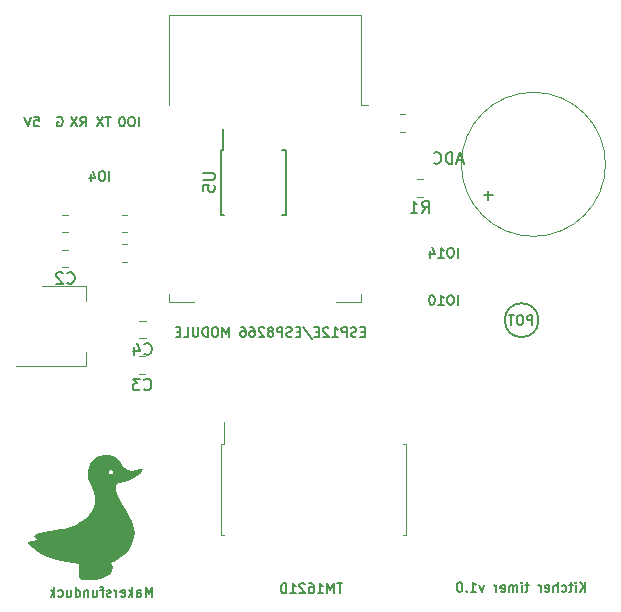
<source format=gbr>
%TF.GenerationSoftware,KiCad,Pcbnew,7.0.9*%
%TF.CreationDate,2024-01-16T21:18:43+00:00*%
%TF.ProjectId,egg-timer,6567672d-7469-46d6-9572-2e6b69636164,rev?*%
%TF.SameCoordinates,Original*%
%TF.FileFunction,Legend,Bot*%
%TF.FilePolarity,Positive*%
%FSLAX46Y46*%
G04 Gerber Fmt 4.6, Leading zero omitted, Abs format (unit mm)*
G04 Created by KiCad (PCBNEW 7.0.9) date 2024-01-16 21:18:43*
%MOMM*%
%LPD*%
G01*
G04 APERTURE LIST*
%ADD10C,0.152400*%
%ADD11C,0.150000*%
%ADD12C,0.120000*%
G04 APERTURE END LIST*
D10*
X145032531Y-95200000D02*
G75*
G03*
X145032531Y-95200000I-1432531J0D01*
G01*
X108706213Y-83392603D02*
X108706213Y-82579803D01*
X108164346Y-82579803D02*
X108009527Y-82579803D01*
X108009527Y-82579803D02*
X107932117Y-82618508D01*
X107932117Y-82618508D02*
X107854708Y-82695918D01*
X107854708Y-82695918D02*
X107816003Y-82850737D01*
X107816003Y-82850737D02*
X107816003Y-83121670D01*
X107816003Y-83121670D02*
X107854708Y-83276489D01*
X107854708Y-83276489D02*
X107932117Y-83353899D01*
X107932117Y-83353899D02*
X108009527Y-83392603D01*
X108009527Y-83392603D02*
X108164346Y-83392603D01*
X108164346Y-83392603D02*
X108241755Y-83353899D01*
X108241755Y-83353899D02*
X108319165Y-83276489D01*
X108319165Y-83276489D02*
X108357869Y-83121670D01*
X108357869Y-83121670D02*
X108357869Y-82850737D01*
X108357869Y-82850737D02*
X108319165Y-82695918D01*
X108319165Y-82695918D02*
X108241755Y-82618508D01*
X108241755Y-82618508D02*
X108164346Y-82579803D01*
X107119317Y-82850737D02*
X107119317Y-83392603D01*
X107312841Y-82541099D02*
X107506364Y-83121670D01*
X107506364Y-83121670D02*
X107003203Y-83121670D01*
X144506213Y-95592603D02*
X144506213Y-94779803D01*
X144506213Y-94779803D02*
X144196575Y-94779803D01*
X144196575Y-94779803D02*
X144119165Y-94818508D01*
X144119165Y-94818508D02*
X144080460Y-94857213D01*
X144080460Y-94857213D02*
X144041756Y-94934622D01*
X144041756Y-94934622D02*
X144041756Y-95050737D01*
X144041756Y-95050737D02*
X144080460Y-95128146D01*
X144080460Y-95128146D02*
X144119165Y-95166851D01*
X144119165Y-95166851D02*
X144196575Y-95205556D01*
X144196575Y-95205556D02*
X144506213Y-95205556D01*
X143538594Y-94779803D02*
X143383775Y-94779803D01*
X143383775Y-94779803D02*
X143306365Y-94818508D01*
X143306365Y-94818508D02*
X143228956Y-94895918D01*
X143228956Y-94895918D02*
X143190251Y-95050737D01*
X143190251Y-95050737D02*
X143190251Y-95321670D01*
X143190251Y-95321670D02*
X143228956Y-95476489D01*
X143228956Y-95476489D02*
X143306365Y-95553899D01*
X143306365Y-95553899D02*
X143383775Y-95592603D01*
X143383775Y-95592603D02*
X143538594Y-95592603D01*
X143538594Y-95592603D02*
X143616003Y-95553899D01*
X143616003Y-95553899D02*
X143693413Y-95476489D01*
X143693413Y-95476489D02*
X143732117Y-95321670D01*
X143732117Y-95321670D02*
X143732117Y-95050737D01*
X143732117Y-95050737D02*
X143693413Y-94895918D01*
X143693413Y-94895918D02*
X143616003Y-94818508D01*
X143616003Y-94818508D02*
X143538594Y-94779803D01*
X142958022Y-94779803D02*
X142493565Y-94779803D01*
X142725793Y-95592603D02*
X142725793Y-94779803D01*
X108822327Y-77979803D02*
X108357870Y-77979803D01*
X108590098Y-78792603D02*
X108590098Y-77979803D01*
X108164346Y-77979803D02*
X107622480Y-78792603D01*
X107622480Y-77979803D02*
X108164346Y-78792603D01*
X128422327Y-117479803D02*
X127957870Y-117479803D01*
X128190098Y-118292603D02*
X128190098Y-117479803D01*
X127686937Y-118292603D02*
X127686937Y-117479803D01*
X127686937Y-117479803D02*
X127416003Y-118060375D01*
X127416003Y-118060375D02*
X127145070Y-117479803D01*
X127145070Y-117479803D02*
X127145070Y-118292603D01*
X126332270Y-118292603D02*
X126796727Y-118292603D01*
X126564499Y-118292603D02*
X126564499Y-117479803D01*
X126564499Y-117479803D02*
X126641908Y-117595918D01*
X126641908Y-117595918D02*
X126719318Y-117673327D01*
X126719318Y-117673327D02*
X126796727Y-117712032D01*
X125635585Y-117479803D02*
X125790404Y-117479803D01*
X125790404Y-117479803D02*
X125867813Y-117518508D01*
X125867813Y-117518508D02*
X125906518Y-117557213D01*
X125906518Y-117557213D02*
X125983928Y-117673327D01*
X125983928Y-117673327D02*
X126022632Y-117828146D01*
X126022632Y-117828146D02*
X126022632Y-118137784D01*
X126022632Y-118137784D02*
X125983928Y-118215194D01*
X125983928Y-118215194D02*
X125945223Y-118253899D01*
X125945223Y-118253899D02*
X125867813Y-118292603D01*
X125867813Y-118292603D02*
X125712994Y-118292603D01*
X125712994Y-118292603D02*
X125635585Y-118253899D01*
X125635585Y-118253899D02*
X125596880Y-118215194D01*
X125596880Y-118215194D02*
X125558175Y-118137784D01*
X125558175Y-118137784D02*
X125558175Y-117944260D01*
X125558175Y-117944260D02*
X125596880Y-117866851D01*
X125596880Y-117866851D02*
X125635585Y-117828146D01*
X125635585Y-117828146D02*
X125712994Y-117789441D01*
X125712994Y-117789441D02*
X125867813Y-117789441D01*
X125867813Y-117789441D02*
X125945223Y-117828146D01*
X125945223Y-117828146D02*
X125983928Y-117866851D01*
X125983928Y-117866851D02*
X126022632Y-117944260D01*
X125248537Y-117557213D02*
X125209833Y-117518508D01*
X125209833Y-117518508D02*
X125132423Y-117479803D01*
X125132423Y-117479803D02*
X124938899Y-117479803D01*
X124938899Y-117479803D02*
X124861490Y-117518508D01*
X124861490Y-117518508D02*
X124822785Y-117557213D01*
X124822785Y-117557213D02*
X124784080Y-117634622D01*
X124784080Y-117634622D02*
X124784080Y-117712032D01*
X124784080Y-117712032D02*
X124822785Y-117828146D01*
X124822785Y-117828146D02*
X125287242Y-118292603D01*
X125287242Y-118292603D02*
X124784080Y-118292603D01*
X124009985Y-118292603D02*
X124474442Y-118292603D01*
X124242214Y-118292603D02*
X124242214Y-117479803D01*
X124242214Y-117479803D02*
X124319623Y-117595918D01*
X124319623Y-117595918D02*
X124397033Y-117673327D01*
X124397033Y-117673327D02*
X124474442Y-117712032D01*
X123661643Y-118292603D02*
X123661643Y-117479803D01*
X123661643Y-117479803D02*
X123468119Y-117479803D01*
X123468119Y-117479803D02*
X123352005Y-117518508D01*
X123352005Y-117518508D02*
X123274595Y-117595918D01*
X123274595Y-117595918D02*
X123235890Y-117673327D01*
X123235890Y-117673327D02*
X123197186Y-117828146D01*
X123197186Y-117828146D02*
X123197186Y-117944260D01*
X123197186Y-117944260D02*
X123235890Y-118099079D01*
X123235890Y-118099079D02*
X123274595Y-118176489D01*
X123274595Y-118176489D02*
X123352005Y-118253899D01*
X123352005Y-118253899D02*
X123468119Y-118292603D01*
X123468119Y-118292603D02*
X123661643Y-118292603D01*
X112306213Y-118592603D02*
X112306213Y-117779803D01*
X112306213Y-117779803D02*
X112035279Y-118360375D01*
X112035279Y-118360375D02*
X111764346Y-117779803D01*
X111764346Y-117779803D02*
X111764346Y-118592603D01*
X111028956Y-118592603D02*
X111028956Y-118166851D01*
X111028956Y-118166851D02*
X111067661Y-118089441D01*
X111067661Y-118089441D02*
X111145070Y-118050737D01*
X111145070Y-118050737D02*
X111299889Y-118050737D01*
X111299889Y-118050737D02*
X111377299Y-118089441D01*
X111028956Y-118553899D02*
X111106365Y-118592603D01*
X111106365Y-118592603D02*
X111299889Y-118592603D01*
X111299889Y-118592603D02*
X111377299Y-118553899D01*
X111377299Y-118553899D02*
X111416003Y-118476489D01*
X111416003Y-118476489D02*
X111416003Y-118399079D01*
X111416003Y-118399079D02*
X111377299Y-118321670D01*
X111377299Y-118321670D02*
X111299889Y-118282965D01*
X111299889Y-118282965D02*
X111106365Y-118282965D01*
X111106365Y-118282965D02*
X111028956Y-118244260D01*
X110641909Y-118592603D02*
X110641909Y-117779803D01*
X110564499Y-118282965D02*
X110332271Y-118592603D01*
X110332271Y-118050737D02*
X110641909Y-118360375D01*
X109674290Y-118553899D02*
X109751699Y-118592603D01*
X109751699Y-118592603D02*
X109906518Y-118592603D01*
X109906518Y-118592603D02*
X109983928Y-118553899D01*
X109983928Y-118553899D02*
X110022632Y-118476489D01*
X110022632Y-118476489D02*
X110022632Y-118166851D01*
X110022632Y-118166851D02*
X109983928Y-118089441D01*
X109983928Y-118089441D02*
X109906518Y-118050737D01*
X109906518Y-118050737D02*
X109751699Y-118050737D01*
X109751699Y-118050737D02*
X109674290Y-118089441D01*
X109674290Y-118089441D02*
X109635585Y-118166851D01*
X109635585Y-118166851D02*
X109635585Y-118244260D01*
X109635585Y-118244260D02*
X110022632Y-118321670D01*
X109287242Y-118592603D02*
X109287242Y-118050737D01*
X109287242Y-118205556D02*
X109248537Y-118128146D01*
X109248537Y-118128146D02*
X109209832Y-118089441D01*
X109209832Y-118089441D02*
X109132423Y-118050737D01*
X109132423Y-118050737D02*
X109055013Y-118050737D01*
X108822784Y-118553899D02*
X108745375Y-118592603D01*
X108745375Y-118592603D02*
X108590556Y-118592603D01*
X108590556Y-118592603D02*
X108513146Y-118553899D01*
X108513146Y-118553899D02*
X108474442Y-118476489D01*
X108474442Y-118476489D02*
X108474442Y-118437784D01*
X108474442Y-118437784D02*
X108513146Y-118360375D01*
X108513146Y-118360375D02*
X108590556Y-118321670D01*
X108590556Y-118321670D02*
X108706670Y-118321670D01*
X108706670Y-118321670D02*
X108784080Y-118282965D01*
X108784080Y-118282965D02*
X108822784Y-118205556D01*
X108822784Y-118205556D02*
X108822784Y-118166851D01*
X108822784Y-118166851D02*
X108784080Y-118089441D01*
X108784080Y-118089441D02*
X108706670Y-118050737D01*
X108706670Y-118050737D02*
X108590556Y-118050737D01*
X108590556Y-118050737D02*
X108513146Y-118089441D01*
X108242213Y-118050737D02*
X107932575Y-118050737D01*
X108126099Y-118592603D02*
X108126099Y-117895918D01*
X108126099Y-117895918D02*
X108087394Y-117818508D01*
X108087394Y-117818508D02*
X108009984Y-117779803D01*
X108009984Y-117779803D02*
X107932575Y-117779803D01*
X107313299Y-118050737D02*
X107313299Y-118592603D01*
X107661642Y-118050737D02*
X107661642Y-118476489D01*
X107661642Y-118476489D02*
X107622937Y-118553899D01*
X107622937Y-118553899D02*
X107545527Y-118592603D01*
X107545527Y-118592603D02*
X107429413Y-118592603D01*
X107429413Y-118592603D02*
X107352004Y-118553899D01*
X107352004Y-118553899D02*
X107313299Y-118515194D01*
X106926252Y-118050737D02*
X106926252Y-118592603D01*
X106926252Y-118128146D02*
X106887547Y-118089441D01*
X106887547Y-118089441D02*
X106810137Y-118050737D01*
X106810137Y-118050737D02*
X106694023Y-118050737D01*
X106694023Y-118050737D02*
X106616614Y-118089441D01*
X106616614Y-118089441D02*
X106577909Y-118166851D01*
X106577909Y-118166851D02*
X106577909Y-118592603D01*
X105842519Y-118592603D02*
X105842519Y-117779803D01*
X105842519Y-118553899D02*
X105919928Y-118592603D01*
X105919928Y-118592603D02*
X106074747Y-118592603D01*
X106074747Y-118592603D02*
X106152157Y-118553899D01*
X106152157Y-118553899D02*
X106190862Y-118515194D01*
X106190862Y-118515194D02*
X106229566Y-118437784D01*
X106229566Y-118437784D02*
X106229566Y-118205556D01*
X106229566Y-118205556D02*
X106190862Y-118128146D01*
X106190862Y-118128146D02*
X106152157Y-118089441D01*
X106152157Y-118089441D02*
X106074747Y-118050737D01*
X106074747Y-118050737D02*
X105919928Y-118050737D01*
X105919928Y-118050737D02*
X105842519Y-118089441D01*
X105107129Y-118050737D02*
X105107129Y-118592603D01*
X105455472Y-118050737D02*
X105455472Y-118476489D01*
X105455472Y-118476489D02*
X105416767Y-118553899D01*
X105416767Y-118553899D02*
X105339357Y-118592603D01*
X105339357Y-118592603D02*
X105223243Y-118592603D01*
X105223243Y-118592603D02*
X105145834Y-118553899D01*
X105145834Y-118553899D02*
X105107129Y-118515194D01*
X104371739Y-118553899D02*
X104449148Y-118592603D01*
X104449148Y-118592603D02*
X104603967Y-118592603D01*
X104603967Y-118592603D02*
X104681377Y-118553899D01*
X104681377Y-118553899D02*
X104720082Y-118515194D01*
X104720082Y-118515194D02*
X104758786Y-118437784D01*
X104758786Y-118437784D02*
X104758786Y-118205556D01*
X104758786Y-118205556D02*
X104720082Y-118128146D01*
X104720082Y-118128146D02*
X104681377Y-118089441D01*
X104681377Y-118089441D02*
X104603967Y-118050737D01*
X104603967Y-118050737D02*
X104449148Y-118050737D01*
X104449148Y-118050737D02*
X104371739Y-118089441D01*
X104023396Y-118592603D02*
X104023396Y-117779803D01*
X103945986Y-118282965D02*
X103713758Y-118592603D01*
X103713758Y-118050737D02*
X104023396Y-118360375D01*
X138206213Y-93892603D02*
X138206213Y-93079803D01*
X137664346Y-93079803D02*
X137509527Y-93079803D01*
X137509527Y-93079803D02*
X137432117Y-93118508D01*
X137432117Y-93118508D02*
X137354708Y-93195918D01*
X137354708Y-93195918D02*
X137316003Y-93350737D01*
X137316003Y-93350737D02*
X137316003Y-93621670D01*
X137316003Y-93621670D02*
X137354708Y-93776489D01*
X137354708Y-93776489D02*
X137432117Y-93853899D01*
X137432117Y-93853899D02*
X137509527Y-93892603D01*
X137509527Y-93892603D02*
X137664346Y-93892603D01*
X137664346Y-93892603D02*
X137741755Y-93853899D01*
X137741755Y-93853899D02*
X137819165Y-93776489D01*
X137819165Y-93776489D02*
X137857869Y-93621670D01*
X137857869Y-93621670D02*
X137857869Y-93350737D01*
X137857869Y-93350737D02*
X137819165Y-93195918D01*
X137819165Y-93195918D02*
X137741755Y-93118508D01*
X137741755Y-93118508D02*
X137664346Y-93079803D01*
X136541907Y-93892603D02*
X137006364Y-93892603D01*
X136774136Y-93892603D02*
X136774136Y-93079803D01*
X136774136Y-93079803D02*
X136851545Y-93195918D01*
X136851545Y-93195918D02*
X136928955Y-93273327D01*
X136928955Y-93273327D02*
X137006364Y-93312032D01*
X136038746Y-93079803D02*
X135961336Y-93079803D01*
X135961336Y-93079803D02*
X135883927Y-93118508D01*
X135883927Y-93118508D02*
X135845222Y-93157213D01*
X135845222Y-93157213D02*
X135806517Y-93234622D01*
X135806517Y-93234622D02*
X135767812Y-93389441D01*
X135767812Y-93389441D02*
X135767812Y-93582965D01*
X135767812Y-93582965D02*
X135806517Y-93737784D01*
X135806517Y-93737784D02*
X135845222Y-93815194D01*
X135845222Y-93815194D02*
X135883927Y-93853899D01*
X135883927Y-93853899D02*
X135961336Y-93892603D01*
X135961336Y-93892603D02*
X136038746Y-93892603D01*
X136038746Y-93892603D02*
X136116155Y-93853899D01*
X136116155Y-93853899D02*
X136154860Y-93815194D01*
X136154860Y-93815194D02*
X136193565Y-93737784D01*
X136193565Y-93737784D02*
X136232269Y-93582965D01*
X136232269Y-93582965D02*
X136232269Y-93389441D01*
X136232269Y-93389441D02*
X136193565Y-93234622D01*
X136193565Y-93234622D02*
X136154860Y-93157213D01*
X136154860Y-93157213D02*
X136116155Y-93118508D01*
X136116155Y-93118508D02*
X136038746Y-93079803D01*
D11*
X138638094Y-81669104D02*
X138161904Y-81669104D01*
X138733332Y-81954819D02*
X138399999Y-80954819D01*
X138399999Y-80954819D02*
X138066666Y-81954819D01*
X137733332Y-81954819D02*
X137733332Y-80954819D01*
X137733332Y-80954819D02*
X137495237Y-80954819D01*
X137495237Y-80954819D02*
X137352380Y-81002438D01*
X137352380Y-81002438D02*
X137257142Y-81097676D01*
X137257142Y-81097676D02*
X137209523Y-81192914D01*
X137209523Y-81192914D02*
X137161904Y-81383390D01*
X137161904Y-81383390D02*
X137161904Y-81526247D01*
X137161904Y-81526247D02*
X137209523Y-81716723D01*
X137209523Y-81716723D02*
X137257142Y-81811961D01*
X137257142Y-81811961D02*
X137352380Y-81907200D01*
X137352380Y-81907200D02*
X137495237Y-81954819D01*
X137495237Y-81954819D02*
X137733332Y-81954819D01*
X136161904Y-81859580D02*
X136209523Y-81907200D01*
X136209523Y-81907200D02*
X136352380Y-81954819D01*
X136352380Y-81954819D02*
X136447618Y-81954819D01*
X136447618Y-81954819D02*
X136590475Y-81907200D01*
X136590475Y-81907200D02*
X136685713Y-81811961D01*
X136685713Y-81811961D02*
X136733332Y-81716723D01*
X136733332Y-81716723D02*
X136780951Y-81526247D01*
X136780951Y-81526247D02*
X136780951Y-81383390D01*
X136780951Y-81383390D02*
X136733332Y-81192914D01*
X136733332Y-81192914D02*
X136685713Y-81097676D01*
X136685713Y-81097676D02*
X136590475Y-81002438D01*
X136590475Y-81002438D02*
X136447618Y-80954819D01*
X136447618Y-80954819D02*
X136352380Y-80954819D01*
X136352380Y-80954819D02*
X136209523Y-81002438D01*
X136209523Y-81002438D02*
X136161904Y-81050057D01*
D10*
X130306213Y-96166851D02*
X130035279Y-96166851D01*
X129919165Y-96592603D02*
X130306213Y-96592603D01*
X130306213Y-96592603D02*
X130306213Y-95779803D01*
X130306213Y-95779803D02*
X129919165Y-95779803D01*
X129609527Y-96553899D02*
X129493413Y-96592603D01*
X129493413Y-96592603D02*
X129299889Y-96592603D01*
X129299889Y-96592603D02*
X129222480Y-96553899D01*
X129222480Y-96553899D02*
X129183775Y-96515194D01*
X129183775Y-96515194D02*
X129145070Y-96437784D01*
X129145070Y-96437784D02*
X129145070Y-96360375D01*
X129145070Y-96360375D02*
X129183775Y-96282965D01*
X129183775Y-96282965D02*
X129222480Y-96244260D01*
X129222480Y-96244260D02*
X129299889Y-96205556D01*
X129299889Y-96205556D02*
X129454708Y-96166851D01*
X129454708Y-96166851D02*
X129532118Y-96128146D01*
X129532118Y-96128146D02*
X129570823Y-96089441D01*
X129570823Y-96089441D02*
X129609527Y-96012032D01*
X129609527Y-96012032D02*
X129609527Y-95934622D01*
X129609527Y-95934622D02*
X129570823Y-95857213D01*
X129570823Y-95857213D02*
X129532118Y-95818508D01*
X129532118Y-95818508D02*
X129454708Y-95779803D01*
X129454708Y-95779803D02*
X129261185Y-95779803D01*
X129261185Y-95779803D02*
X129145070Y-95818508D01*
X128796728Y-96592603D02*
X128796728Y-95779803D01*
X128796728Y-95779803D02*
X128487090Y-95779803D01*
X128487090Y-95779803D02*
X128409680Y-95818508D01*
X128409680Y-95818508D02*
X128370975Y-95857213D01*
X128370975Y-95857213D02*
X128332271Y-95934622D01*
X128332271Y-95934622D02*
X128332271Y-96050737D01*
X128332271Y-96050737D02*
X128370975Y-96128146D01*
X128370975Y-96128146D02*
X128409680Y-96166851D01*
X128409680Y-96166851D02*
X128487090Y-96205556D01*
X128487090Y-96205556D02*
X128796728Y-96205556D01*
X127558175Y-96592603D02*
X128022632Y-96592603D01*
X127790404Y-96592603D02*
X127790404Y-95779803D01*
X127790404Y-95779803D02*
X127867813Y-95895918D01*
X127867813Y-95895918D02*
X127945223Y-95973327D01*
X127945223Y-95973327D02*
X128022632Y-96012032D01*
X127248537Y-95857213D02*
X127209833Y-95818508D01*
X127209833Y-95818508D02*
X127132423Y-95779803D01*
X127132423Y-95779803D02*
X126938899Y-95779803D01*
X126938899Y-95779803D02*
X126861490Y-95818508D01*
X126861490Y-95818508D02*
X126822785Y-95857213D01*
X126822785Y-95857213D02*
X126784080Y-95934622D01*
X126784080Y-95934622D02*
X126784080Y-96012032D01*
X126784080Y-96012032D02*
X126822785Y-96128146D01*
X126822785Y-96128146D02*
X127287242Y-96592603D01*
X127287242Y-96592603D02*
X126784080Y-96592603D01*
X126435738Y-96166851D02*
X126164804Y-96166851D01*
X126048690Y-96592603D02*
X126435738Y-96592603D01*
X126435738Y-96592603D02*
X126435738Y-95779803D01*
X126435738Y-95779803D02*
X126048690Y-95779803D01*
X125119776Y-95741099D02*
X125816462Y-96786127D01*
X124848843Y-96166851D02*
X124577909Y-96166851D01*
X124461795Y-96592603D02*
X124848843Y-96592603D01*
X124848843Y-96592603D02*
X124848843Y-95779803D01*
X124848843Y-95779803D02*
X124461795Y-95779803D01*
X124152157Y-96553899D02*
X124036043Y-96592603D01*
X124036043Y-96592603D02*
X123842519Y-96592603D01*
X123842519Y-96592603D02*
X123765110Y-96553899D01*
X123765110Y-96553899D02*
X123726405Y-96515194D01*
X123726405Y-96515194D02*
X123687700Y-96437784D01*
X123687700Y-96437784D02*
X123687700Y-96360375D01*
X123687700Y-96360375D02*
X123726405Y-96282965D01*
X123726405Y-96282965D02*
X123765110Y-96244260D01*
X123765110Y-96244260D02*
X123842519Y-96205556D01*
X123842519Y-96205556D02*
X123997338Y-96166851D01*
X123997338Y-96166851D02*
X124074748Y-96128146D01*
X124074748Y-96128146D02*
X124113453Y-96089441D01*
X124113453Y-96089441D02*
X124152157Y-96012032D01*
X124152157Y-96012032D02*
X124152157Y-95934622D01*
X124152157Y-95934622D02*
X124113453Y-95857213D01*
X124113453Y-95857213D02*
X124074748Y-95818508D01*
X124074748Y-95818508D02*
X123997338Y-95779803D01*
X123997338Y-95779803D02*
X123803815Y-95779803D01*
X123803815Y-95779803D02*
X123687700Y-95818508D01*
X123339358Y-96592603D02*
X123339358Y-95779803D01*
X123339358Y-95779803D02*
X123029720Y-95779803D01*
X123029720Y-95779803D02*
X122952310Y-95818508D01*
X122952310Y-95818508D02*
X122913605Y-95857213D01*
X122913605Y-95857213D02*
X122874901Y-95934622D01*
X122874901Y-95934622D02*
X122874901Y-96050737D01*
X122874901Y-96050737D02*
X122913605Y-96128146D01*
X122913605Y-96128146D02*
X122952310Y-96166851D01*
X122952310Y-96166851D02*
X123029720Y-96205556D01*
X123029720Y-96205556D02*
X123339358Y-96205556D01*
X122410443Y-96128146D02*
X122487853Y-96089441D01*
X122487853Y-96089441D02*
X122526558Y-96050737D01*
X122526558Y-96050737D02*
X122565262Y-95973327D01*
X122565262Y-95973327D02*
X122565262Y-95934622D01*
X122565262Y-95934622D02*
X122526558Y-95857213D01*
X122526558Y-95857213D02*
X122487853Y-95818508D01*
X122487853Y-95818508D02*
X122410443Y-95779803D01*
X122410443Y-95779803D02*
X122255624Y-95779803D01*
X122255624Y-95779803D02*
X122178215Y-95818508D01*
X122178215Y-95818508D02*
X122139510Y-95857213D01*
X122139510Y-95857213D02*
X122100805Y-95934622D01*
X122100805Y-95934622D02*
X122100805Y-95973327D01*
X122100805Y-95973327D02*
X122139510Y-96050737D01*
X122139510Y-96050737D02*
X122178215Y-96089441D01*
X122178215Y-96089441D02*
X122255624Y-96128146D01*
X122255624Y-96128146D02*
X122410443Y-96128146D01*
X122410443Y-96128146D02*
X122487853Y-96166851D01*
X122487853Y-96166851D02*
X122526558Y-96205556D01*
X122526558Y-96205556D02*
X122565262Y-96282965D01*
X122565262Y-96282965D02*
X122565262Y-96437784D01*
X122565262Y-96437784D02*
X122526558Y-96515194D01*
X122526558Y-96515194D02*
X122487853Y-96553899D01*
X122487853Y-96553899D02*
X122410443Y-96592603D01*
X122410443Y-96592603D02*
X122255624Y-96592603D01*
X122255624Y-96592603D02*
X122178215Y-96553899D01*
X122178215Y-96553899D02*
X122139510Y-96515194D01*
X122139510Y-96515194D02*
X122100805Y-96437784D01*
X122100805Y-96437784D02*
X122100805Y-96282965D01*
X122100805Y-96282965D02*
X122139510Y-96205556D01*
X122139510Y-96205556D02*
X122178215Y-96166851D01*
X122178215Y-96166851D02*
X122255624Y-96128146D01*
X121791167Y-95857213D02*
X121752463Y-95818508D01*
X121752463Y-95818508D02*
X121675053Y-95779803D01*
X121675053Y-95779803D02*
X121481529Y-95779803D01*
X121481529Y-95779803D02*
X121404120Y-95818508D01*
X121404120Y-95818508D02*
X121365415Y-95857213D01*
X121365415Y-95857213D02*
X121326710Y-95934622D01*
X121326710Y-95934622D02*
X121326710Y-96012032D01*
X121326710Y-96012032D02*
X121365415Y-96128146D01*
X121365415Y-96128146D02*
X121829872Y-96592603D01*
X121829872Y-96592603D02*
X121326710Y-96592603D01*
X120630025Y-95779803D02*
X120784844Y-95779803D01*
X120784844Y-95779803D02*
X120862253Y-95818508D01*
X120862253Y-95818508D02*
X120900958Y-95857213D01*
X120900958Y-95857213D02*
X120978368Y-95973327D01*
X120978368Y-95973327D02*
X121017072Y-96128146D01*
X121017072Y-96128146D02*
X121017072Y-96437784D01*
X121017072Y-96437784D02*
X120978368Y-96515194D01*
X120978368Y-96515194D02*
X120939663Y-96553899D01*
X120939663Y-96553899D02*
X120862253Y-96592603D01*
X120862253Y-96592603D02*
X120707434Y-96592603D01*
X120707434Y-96592603D02*
X120630025Y-96553899D01*
X120630025Y-96553899D02*
X120591320Y-96515194D01*
X120591320Y-96515194D02*
X120552615Y-96437784D01*
X120552615Y-96437784D02*
X120552615Y-96244260D01*
X120552615Y-96244260D02*
X120591320Y-96166851D01*
X120591320Y-96166851D02*
X120630025Y-96128146D01*
X120630025Y-96128146D02*
X120707434Y-96089441D01*
X120707434Y-96089441D02*
X120862253Y-96089441D01*
X120862253Y-96089441D02*
X120939663Y-96128146D01*
X120939663Y-96128146D02*
X120978368Y-96166851D01*
X120978368Y-96166851D02*
X121017072Y-96244260D01*
X119855930Y-95779803D02*
X120010749Y-95779803D01*
X120010749Y-95779803D02*
X120088158Y-95818508D01*
X120088158Y-95818508D02*
X120126863Y-95857213D01*
X120126863Y-95857213D02*
X120204273Y-95973327D01*
X120204273Y-95973327D02*
X120242977Y-96128146D01*
X120242977Y-96128146D02*
X120242977Y-96437784D01*
X120242977Y-96437784D02*
X120204273Y-96515194D01*
X120204273Y-96515194D02*
X120165568Y-96553899D01*
X120165568Y-96553899D02*
X120088158Y-96592603D01*
X120088158Y-96592603D02*
X119933339Y-96592603D01*
X119933339Y-96592603D02*
X119855930Y-96553899D01*
X119855930Y-96553899D02*
X119817225Y-96515194D01*
X119817225Y-96515194D02*
X119778520Y-96437784D01*
X119778520Y-96437784D02*
X119778520Y-96244260D01*
X119778520Y-96244260D02*
X119817225Y-96166851D01*
X119817225Y-96166851D02*
X119855930Y-96128146D01*
X119855930Y-96128146D02*
X119933339Y-96089441D01*
X119933339Y-96089441D02*
X120088158Y-96089441D01*
X120088158Y-96089441D02*
X120165568Y-96128146D01*
X120165568Y-96128146D02*
X120204273Y-96166851D01*
X120204273Y-96166851D02*
X120242977Y-96244260D01*
X118810902Y-96592603D02*
X118810902Y-95779803D01*
X118810902Y-95779803D02*
X118539968Y-96360375D01*
X118539968Y-96360375D02*
X118269035Y-95779803D01*
X118269035Y-95779803D02*
X118269035Y-96592603D01*
X117727169Y-95779803D02*
X117572350Y-95779803D01*
X117572350Y-95779803D02*
X117494940Y-95818508D01*
X117494940Y-95818508D02*
X117417531Y-95895918D01*
X117417531Y-95895918D02*
X117378826Y-96050737D01*
X117378826Y-96050737D02*
X117378826Y-96321670D01*
X117378826Y-96321670D02*
X117417531Y-96476489D01*
X117417531Y-96476489D02*
X117494940Y-96553899D01*
X117494940Y-96553899D02*
X117572350Y-96592603D01*
X117572350Y-96592603D02*
X117727169Y-96592603D01*
X117727169Y-96592603D02*
X117804578Y-96553899D01*
X117804578Y-96553899D02*
X117881988Y-96476489D01*
X117881988Y-96476489D02*
X117920692Y-96321670D01*
X117920692Y-96321670D02*
X117920692Y-96050737D01*
X117920692Y-96050737D02*
X117881988Y-95895918D01*
X117881988Y-95895918D02*
X117804578Y-95818508D01*
X117804578Y-95818508D02*
X117727169Y-95779803D01*
X117030483Y-96592603D02*
X117030483Y-95779803D01*
X117030483Y-95779803D02*
X116836959Y-95779803D01*
X116836959Y-95779803D02*
X116720845Y-95818508D01*
X116720845Y-95818508D02*
X116643435Y-95895918D01*
X116643435Y-95895918D02*
X116604730Y-95973327D01*
X116604730Y-95973327D02*
X116566026Y-96128146D01*
X116566026Y-96128146D02*
X116566026Y-96244260D01*
X116566026Y-96244260D02*
X116604730Y-96399079D01*
X116604730Y-96399079D02*
X116643435Y-96476489D01*
X116643435Y-96476489D02*
X116720845Y-96553899D01*
X116720845Y-96553899D02*
X116836959Y-96592603D01*
X116836959Y-96592603D02*
X117030483Y-96592603D01*
X116217683Y-95779803D02*
X116217683Y-96437784D01*
X116217683Y-96437784D02*
X116178978Y-96515194D01*
X116178978Y-96515194D02*
X116140273Y-96553899D01*
X116140273Y-96553899D02*
X116062864Y-96592603D01*
X116062864Y-96592603D02*
X115908045Y-96592603D01*
X115908045Y-96592603D02*
X115830635Y-96553899D01*
X115830635Y-96553899D02*
X115791930Y-96515194D01*
X115791930Y-96515194D02*
X115753226Y-96437784D01*
X115753226Y-96437784D02*
X115753226Y-95779803D01*
X114979130Y-96592603D02*
X115366178Y-96592603D01*
X115366178Y-96592603D02*
X115366178Y-95779803D01*
X114708197Y-96166851D02*
X114437263Y-96166851D01*
X114321149Y-96592603D02*
X114708197Y-96592603D01*
X114708197Y-96592603D02*
X114708197Y-95779803D01*
X114708197Y-95779803D02*
X114321149Y-95779803D01*
X138206213Y-89892603D02*
X138206213Y-89079803D01*
X137664346Y-89079803D02*
X137509527Y-89079803D01*
X137509527Y-89079803D02*
X137432117Y-89118508D01*
X137432117Y-89118508D02*
X137354708Y-89195918D01*
X137354708Y-89195918D02*
X137316003Y-89350737D01*
X137316003Y-89350737D02*
X137316003Y-89621670D01*
X137316003Y-89621670D02*
X137354708Y-89776489D01*
X137354708Y-89776489D02*
X137432117Y-89853899D01*
X137432117Y-89853899D02*
X137509527Y-89892603D01*
X137509527Y-89892603D02*
X137664346Y-89892603D01*
X137664346Y-89892603D02*
X137741755Y-89853899D01*
X137741755Y-89853899D02*
X137819165Y-89776489D01*
X137819165Y-89776489D02*
X137857869Y-89621670D01*
X137857869Y-89621670D02*
X137857869Y-89350737D01*
X137857869Y-89350737D02*
X137819165Y-89195918D01*
X137819165Y-89195918D02*
X137741755Y-89118508D01*
X137741755Y-89118508D02*
X137664346Y-89079803D01*
X136541907Y-89892603D02*
X137006364Y-89892603D01*
X136774136Y-89892603D02*
X136774136Y-89079803D01*
X136774136Y-89079803D02*
X136851545Y-89195918D01*
X136851545Y-89195918D02*
X136928955Y-89273327D01*
X136928955Y-89273327D02*
X137006364Y-89312032D01*
X135845222Y-89350737D02*
X135845222Y-89892603D01*
X136038746Y-89041099D02*
X136232269Y-89621670D01*
X136232269Y-89621670D02*
X135729108Y-89621670D01*
X106241756Y-78792603D02*
X106512689Y-78405556D01*
X106706213Y-78792603D02*
X106706213Y-77979803D01*
X106706213Y-77979803D02*
X106396575Y-77979803D01*
X106396575Y-77979803D02*
X106319165Y-78018508D01*
X106319165Y-78018508D02*
X106280460Y-78057213D01*
X106280460Y-78057213D02*
X106241756Y-78134622D01*
X106241756Y-78134622D02*
X106241756Y-78250737D01*
X106241756Y-78250737D02*
X106280460Y-78328146D01*
X106280460Y-78328146D02*
X106319165Y-78366851D01*
X106319165Y-78366851D02*
X106396575Y-78405556D01*
X106396575Y-78405556D02*
X106706213Y-78405556D01*
X105970822Y-77979803D02*
X105428956Y-78792603D01*
X105428956Y-77979803D02*
X105970822Y-78792603D01*
X149006213Y-118192603D02*
X149006213Y-117379803D01*
X148541756Y-118192603D02*
X148890098Y-117728146D01*
X148541756Y-117379803D02*
X149006213Y-117844260D01*
X148193413Y-118192603D02*
X148193413Y-117650737D01*
X148193413Y-117379803D02*
X148232117Y-117418508D01*
X148232117Y-117418508D02*
X148193413Y-117457213D01*
X148193413Y-117457213D02*
X148154708Y-117418508D01*
X148154708Y-117418508D02*
X148193413Y-117379803D01*
X148193413Y-117379803D02*
X148193413Y-117457213D01*
X147922479Y-117650737D02*
X147612841Y-117650737D01*
X147806365Y-117379803D02*
X147806365Y-118076489D01*
X147806365Y-118076489D02*
X147767660Y-118153899D01*
X147767660Y-118153899D02*
X147690250Y-118192603D01*
X147690250Y-118192603D02*
X147612841Y-118192603D01*
X146993565Y-118153899D02*
X147070974Y-118192603D01*
X147070974Y-118192603D02*
X147225793Y-118192603D01*
X147225793Y-118192603D02*
X147303203Y-118153899D01*
X147303203Y-118153899D02*
X147341908Y-118115194D01*
X147341908Y-118115194D02*
X147380612Y-118037784D01*
X147380612Y-118037784D02*
X147380612Y-117805556D01*
X147380612Y-117805556D02*
X147341908Y-117728146D01*
X147341908Y-117728146D02*
X147303203Y-117689441D01*
X147303203Y-117689441D02*
X147225793Y-117650737D01*
X147225793Y-117650737D02*
X147070974Y-117650737D01*
X147070974Y-117650737D02*
X146993565Y-117689441D01*
X146645222Y-118192603D02*
X146645222Y-117379803D01*
X146296879Y-118192603D02*
X146296879Y-117766851D01*
X146296879Y-117766851D02*
X146335584Y-117689441D01*
X146335584Y-117689441D02*
X146412993Y-117650737D01*
X146412993Y-117650737D02*
X146529107Y-117650737D01*
X146529107Y-117650737D02*
X146606517Y-117689441D01*
X146606517Y-117689441D02*
X146645222Y-117728146D01*
X145600194Y-118153899D02*
X145677603Y-118192603D01*
X145677603Y-118192603D02*
X145832422Y-118192603D01*
X145832422Y-118192603D02*
X145909832Y-118153899D01*
X145909832Y-118153899D02*
X145948536Y-118076489D01*
X145948536Y-118076489D02*
X145948536Y-117766851D01*
X145948536Y-117766851D02*
X145909832Y-117689441D01*
X145909832Y-117689441D02*
X145832422Y-117650737D01*
X145832422Y-117650737D02*
X145677603Y-117650737D01*
X145677603Y-117650737D02*
X145600194Y-117689441D01*
X145600194Y-117689441D02*
X145561489Y-117766851D01*
X145561489Y-117766851D02*
X145561489Y-117844260D01*
X145561489Y-117844260D02*
X145948536Y-117921670D01*
X145213146Y-118192603D02*
X145213146Y-117650737D01*
X145213146Y-117805556D02*
X145174441Y-117728146D01*
X145174441Y-117728146D02*
X145135736Y-117689441D01*
X145135736Y-117689441D02*
X145058327Y-117650737D01*
X145058327Y-117650737D02*
X144980917Y-117650737D01*
X144206822Y-117650737D02*
X143897184Y-117650737D01*
X144090708Y-117379803D02*
X144090708Y-118076489D01*
X144090708Y-118076489D02*
X144052003Y-118153899D01*
X144052003Y-118153899D02*
X143974593Y-118192603D01*
X143974593Y-118192603D02*
X143897184Y-118192603D01*
X143626251Y-118192603D02*
X143626251Y-117650737D01*
X143626251Y-117379803D02*
X143664955Y-117418508D01*
X143664955Y-117418508D02*
X143626251Y-117457213D01*
X143626251Y-117457213D02*
X143587546Y-117418508D01*
X143587546Y-117418508D02*
X143626251Y-117379803D01*
X143626251Y-117379803D02*
X143626251Y-117457213D01*
X143239203Y-118192603D02*
X143239203Y-117650737D01*
X143239203Y-117728146D02*
X143200498Y-117689441D01*
X143200498Y-117689441D02*
X143123088Y-117650737D01*
X143123088Y-117650737D02*
X143006974Y-117650737D01*
X143006974Y-117650737D02*
X142929565Y-117689441D01*
X142929565Y-117689441D02*
X142890860Y-117766851D01*
X142890860Y-117766851D02*
X142890860Y-118192603D01*
X142890860Y-117766851D02*
X142852155Y-117689441D01*
X142852155Y-117689441D02*
X142774746Y-117650737D01*
X142774746Y-117650737D02*
X142658631Y-117650737D01*
X142658631Y-117650737D02*
X142581222Y-117689441D01*
X142581222Y-117689441D02*
X142542517Y-117766851D01*
X142542517Y-117766851D02*
X142542517Y-118192603D01*
X141845832Y-118153899D02*
X141923241Y-118192603D01*
X141923241Y-118192603D02*
X142078060Y-118192603D01*
X142078060Y-118192603D02*
X142155470Y-118153899D01*
X142155470Y-118153899D02*
X142194174Y-118076489D01*
X142194174Y-118076489D02*
X142194174Y-117766851D01*
X142194174Y-117766851D02*
X142155470Y-117689441D01*
X142155470Y-117689441D02*
X142078060Y-117650737D01*
X142078060Y-117650737D02*
X141923241Y-117650737D01*
X141923241Y-117650737D02*
X141845832Y-117689441D01*
X141845832Y-117689441D02*
X141807127Y-117766851D01*
X141807127Y-117766851D02*
X141807127Y-117844260D01*
X141807127Y-117844260D02*
X142194174Y-117921670D01*
X141458784Y-118192603D02*
X141458784Y-117650737D01*
X141458784Y-117805556D02*
X141420079Y-117728146D01*
X141420079Y-117728146D02*
X141381374Y-117689441D01*
X141381374Y-117689441D02*
X141303965Y-117650737D01*
X141303965Y-117650737D02*
X141226555Y-117650737D01*
X140413755Y-117650737D02*
X140220231Y-118192603D01*
X140220231Y-118192603D02*
X140026708Y-117650737D01*
X139291317Y-118192603D02*
X139755774Y-118192603D01*
X139523546Y-118192603D02*
X139523546Y-117379803D01*
X139523546Y-117379803D02*
X139600955Y-117495918D01*
X139600955Y-117495918D02*
X139678365Y-117573327D01*
X139678365Y-117573327D02*
X139755774Y-117612032D01*
X138942975Y-118115194D02*
X138904270Y-118153899D01*
X138904270Y-118153899D02*
X138942975Y-118192603D01*
X138942975Y-118192603D02*
X138981679Y-118153899D01*
X138981679Y-118153899D02*
X138942975Y-118115194D01*
X138942975Y-118115194D02*
X138942975Y-118192603D01*
X138401108Y-117379803D02*
X138323698Y-117379803D01*
X138323698Y-117379803D02*
X138246289Y-117418508D01*
X138246289Y-117418508D02*
X138207584Y-117457213D01*
X138207584Y-117457213D02*
X138168879Y-117534622D01*
X138168879Y-117534622D02*
X138130174Y-117689441D01*
X138130174Y-117689441D02*
X138130174Y-117882965D01*
X138130174Y-117882965D02*
X138168879Y-118037784D01*
X138168879Y-118037784D02*
X138207584Y-118115194D01*
X138207584Y-118115194D02*
X138246289Y-118153899D01*
X138246289Y-118153899D02*
X138323698Y-118192603D01*
X138323698Y-118192603D02*
X138401108Y-118192603D01*
X138401108Y-118192603D02*
X138478517Y-118153899D01*
X138478517Y-118153899D02*
X138517222Y-118115194D01*
X138517222Y-118115194D02*
X138555927Y-118037784D01*
X138555927Y-118037784D02*
X138594631Y-117882965D01*
X138594631Y-117882965D02*
X138594631Y-117689441D01*
X138594631Y-117689441D02*
X138555927Y-117534622D01*
X138555927Y-117534622D02*
X138517222Y-117457213D01*
X138517222Y-117457213D02*
X138478517Y-117418508D01*
X138478517Y-117418508D02*
X138401108Y-117379803D01*
X111206213Y-78792603D02*
X111206213Y-77979803D01*
X110664346Y-77979803D02*
X110509527Y-77979803D01*
X110509527Y-77979803D02*
X110432117Y-78018508D01*
X110432117Y-78018508D02*
X110354708Y-78095918D01*
X110354708Y-78095918D02*
X110316003Y-78250737D01*
X110316003Y-78250737D02*
X110316003Y-78521670D01*
X110316003Y-78521670D02*
X110354708Y-78676489D01*
X110354708Y-78676489D02*
X110432117Y-78753899D01*
X110432117Y-78753899D02*
X110509527Y-78792603D01*
X110509527Y-78792603D02*
X110664346Y-78792603D01*
X110664346Y-78792603D02*
X110741755Y-78753899D01*
X110741755Y-78753899D02*
X110819165Y-78676489D01*
X110819165Y-78676489D02*
X110857869Y-78521670D01*
X110857869Y-78521670D02*
X110857869Y-78250737D01*
X110857869Y-78250737D02*
X110819165Y-78095918D01*
X110819165Y-78095918D02*
X110741755Y-78018508D01*
X110741755Y-78018508D02*
X110664346Y-77979803D01*
X109812841Y-77979803D02*
X109735431Y-77979803D01*
X109735431Y-77979803D02*
X109658022Y-78018508D01*
X109658022Y-78018508D02*
X109619317Y-78057213D01*
X109619317Y-78057213D02*
X109580612Y-78134622D01*
X109580612Y-78134622D02*
X109541907Y-78289441D01*
X109541907Y-78289441D02*
X109541907Y-78482965D01*
X109541907Y-78482965D02*
X109580612Y-78637784D01*
X109580612Y-78637784D02*
X109619317Y-78715194D01*
X109619317Y-78715194D02*
X109658022Y-78753899D01*
X109658022Y-78753899D02*
X109735431Y-78792603D01*
X109735431Y-78792603D02*
X109812841Y-78792603D01*
X109812841Y-78792603D02*
X109890250Y-78753899D01*
X109890250Y-78753899D02*
X109928955Y-78715194D01*
X109928955Y-78715194D02*
X109967660Y-78637784D01*
X109967660Y-78637784D02*
X110006364Y-78482965D01*
X110006364Y-78482965D02*
X110006364Y-78289441D01*
X110006364Y-78289441D02*
X109967660Y-78134622D01*
X109967660Y-78134622D02*
X109928955Y-78057213D01*
X109928955Y-78057213D02*
X109890250Y-78018508D01*
X109890250Y-78018508D02*
X109812841Y-77979803D01*
X104280460Y-78018508D02*
X104357870Y-77979803D01*
X104357870Y-77979803D02*
X104473984Y-77979803D01*
X104473984Y-77979803D02*
X104590098Y-78018508D01*
X104590098Y-78018508D02*
X104667508Y-78095918D01*
X104667508Y-78095918D02*
X104706213Y-78173327D01*
X104706213Y-78173327D02*
X104744917Y-78328146D01*
X104744917Y-78328146D02*
X104744917Y-78444260D01*
X104744917Y-78444260D02*
X104706213Y-78599079D01*
X104706213Y-78599079D02*
X104667508Y-78676489D01*
X104667508Y-78676489D02*
X104590098Y-78753899D01*
X104590098Y-78753899D02*
X104473984Y-78792603D01*
X104473984Y-78792603D02*
X104396575Y-78792603D01*
X104396575Y-78792603D02*
X104280460Y-78753899D01*
X104280460Y-78753899D02*
X104241756Y-78715194D01*
X104241756Y-78715194D02*
X104241756Y-78444260D01*
X104241756Y-78444260D02*
X104396575Y-78444260D01*
X102319165Y-77979803D02*
X102706213Y-77979803D01*
X102706213Y-77979803D02*
X102744917Y-78366851D01*
X102744917Y-78366851D02*
X102706213Y-78328146D01*
X102706213Y-78328146D02*
X102628803Y-78289441D01*
X102628803Y-78289441D02*
X102435279Y-78289441D01*
X102435279Y-78289441D02*
X102357870Y-78328146D01*
X102357870Y-78328146D02*
X102319165Y-78366851D01*
X102319165Y-78366851D02*
X102280460Y-78444260D01*
X102280460Y-78444260D02*
X102280460Y-78637784D01*
X102280460Y-78637784D02*
X102319165Y-78715194D01*
X102319165Y-78715194D02*
X102357870Y-78753899D01*
X102357870Y-78753899D02*
X102435279Y-78792603D01*
X102435279Y-78792603D02*
X102628803Y-78792603D01*
X102628803Y-78792603D02*
X102706213Y-78753899D01*
X102706213Y-78753899D02*
X102744917Y-78715194D01*
X102048232Y-77979803D02*
X101777299Y-78792603D01*
X101777299Y-78792603D02*
X101506365Y-77979803D01*
D11*
X111629166Y-101039580D02*
X111676785Y-101087200D01*
X111676785Y-101087200D02*
X111819642Y-101134819D01*
X111819642Y-101134819D02*
X111914880Y-101134819D01*
X111914880Y-101134819D02*
X112057737Y-101087200D01*
X112057737Y-101087200D02*
X112152975Y-100991961D01*
X112152975Y-100991961D02*
X112200594Y-100896723D01*
X112200594Y-100896723D02*
X112248213Y-100706247D01*
X112248213Y-100706247D02*
X112248213Y-100563390D01*
X112248213Y-100563390D02*
X112200594Y-100372914D01*
X112200594Y-100372914D02*
X112152975Y-100277676D01*
X112152975Y-100277676D02*
X112057737Y-100182438D01*
X112057737Y-100182438D02*
X111914880Y-100134819D01*
X111914880Y-100134819D02*
X111819642Y-100134819D01*
X111819642Y-100134819D02*
X111676785Y-100182438D01*
X111676785Y-100182438D02*
X111629166Y-100230057D01*
X111295832Y-100134819D02*
X110676785Y-100134819D01*
X110676785Y-100134819D02*
X111010118Y-100515771D01*
X111010118Y-100515771D02*
X110867261Y-100515771D01*
X110867261Y-100515771D02*
X110772023Y-100563390D01*
X110772023Y-100563390D02*
X110724404Y-100611009D01*
X110724404Y-100611009D02*
X110676785Y-100706247D01*
X110676785Y-100706247D02*
X110676785Y-100944342D01*
X110676785Y-100944342D02*
X110724404Y-101039580D01*
X110724404Y-101039580D02*
X110772023Y-101087200D01*
X110772023Y-101087200D02*
X110867261Y-101134819D01*
X110867261Y-101134819D02*
X111152975Y-101134819D01*
X111152975Y-101134819D02*
X111248213Y-101087200D01*
X111248213Y-101087200D02*
X111295832Y-101039580D01*
X135166666Y-86104819D02*
X135499999Y-85628628D01*
X135738094Y-86104819D02*
X135738094Y-85104819D01*
X135738094Y-85104819D02*
X135357142Y-85104819D01*
X135357142Y-85104819D02*
X135261904Y-85152438D01*
X135261904Y-85152438D02*
X135214285Y-85200057D01*
X135214285Y-85200057D02*
X135166666Y-85295295D01*
X135166666Y-85295295D02*
X135166666Y-85438152D01*
X135166666Y-85438152D02*
X135214285Y-85533390D01*
X135214285Y-85533390D02*
X135261904Y-85581009D01*
X135261904Y-85581009D02*
X135357142Y-85628628D01*
X135357142Y-85628628D02*
X135738094Y-85628628D01*
X134214285Y-86104819D02*
X134785713Y-86104819D01*
X134499999Y-86104819D02*
X134499999Y-85104819D01*
X134499999Y-85104819D02*
X134595237Y-85247676D01*
X134595237Y-85247676D02*
X134690475Y-85342914D01*
X134690475Y-85342914D02*
X134785713Y-85390533D01*
X111666666Y-98039580D02*
X111714285Y-98087200D01*
X111714285Y-98087200D02*
X111857142Y-98134819D01*
X111857142Y-98134819D02*
X111952380Y-98134819D01*
X111952380Y-98134819D02*
X112095237Y-98087200D01*
X112095237Y-98087200D02*
X112190475Y-97991961D01*
X112190475Y-97991961D02*
X112238094Y-97896723D01*
X112238094Y-97896723D02*
X112285713Y-97706247D01*
X112285713Y-97706247D02*
X112285713Y-97563390D01*
X112285713Y-97563390D02*
X112238094Y-97372914D01*
X112238094Y-97372914D02*
X112190475Y-97277676D01*
X112190475Y-97277676D02*
X112095237Y-97182438D01*
X112095237Y-97182438D02*
X111952380Y-97134819D01*
X111952380Y-97134819D02*
X111857142Y-97134819D01*
X111857142Y-97134819D02*
X111714285Y-97182438D01*
X111714285Y-97182438D02*
X111666666Y-97230057D01*
X110809523Y-97468152D02*
X110809523Y-98134819D01*
X111047618Y-97087200D02*
X111285713Y-97801485D01*
X111285713Y-97801485D02*
X110666666Y-97801485D01*
X116639819Y-82738095D02*
X117449342Y-82738095D01*
X117449342Y-82738095D02*
X117544580Y-82785714D01*
X117544580Y-82785714D02*
X117592200Y-82833333D01*
X117592200Y-82833333D02*
X117639819Y-82928571D01*
X117639819Y-82928571D02*
X117639819Y-83119047D01*
X117639819Y-83119047D02*
X117592200Y-83214285D01*
X117592200Y-83214285D02*
X117544580Y-83261904D01*
X117544580Y-83261904D02*
X117449342Y-83309523D01*
X117449342Y-83309523D02*
X116639819Y-83309523D01*
X116639819Y-84261904D02*
X116639819Y-83785714D01*
X116639819Y-83785714D02*
X117116009Y-83738095D01*
X117116009Y-83738095D02*
X117068390Y-83785714D01*
X117068390Y-83785714D02*
X117020771Y-83880952D01*
X117020771Y-83880952D02*
X117020771Y-84119047D01*
X117020771Y-84119047D02*
X117068390Y-84214285D01*
X117068390Y-84214285D02*
X117116009Y-84261904D01*
X117116009Y-84261904D02*
X117211247Y-84309523D01*
X117211247Y-84309523D02*
X117449342Y-84309523D01*
X117449342Y-84309523D02*
X117544580Y-84261904D01*
X117544580Y-84261904D02*
X117592200Y-84214285D01*
X117592200Y-84214285D02*
X117639819Y-84119047D01*
X117639819Y-84119047D02*
X117639819Y-83880952D01*
X117639819Y-83880952D02*
X117592200Y-83785714D01*
X117592200Y-83785714D02*
X117544580Y-83738095D01*
X105129166Y-92039580D02*
X105176785Y-92087200D01*
X105176785Y-92087200D02*
X105319642Y-92134819D01*
X105319642Y-92134819D02*
X105414880Y-92134819D01*
X105414880Y-92134819D02*
X105557737Y-92087200D01*
X105557737Y-92087200D02*
X105652975Y-91991961D01*
X105652975Y-91991961D02*
X105700594Y-91896723D01*
X105700594Y-91896723D02*
X105748213Y-91706247D01*
X105748213Y-91706247D02*
X105748213Y-91563390D01*
X105748213Y-91563390D02*
X105700594Y-91372914D01*
X105700594Y-91372914D02*
X105652975Y-91277676D01*
X105652975Y-91277676D02*
X105557737Y-91182438D01*
X105557737Y-91182438D02*
X105414880Y-91134819D01*
X105414880Y-91134819D02*
X105319642Y-91134819D01*
X105319642Y-91134819D02*
X105176785Y-91182438D01*
X105176785Y-91182438D02*
X105129166Y-91230057D01*
X104748213Y-91230057D02*
X104700594Y-91182438D01*
X104700594Y-91182438D02*
X104605356Y-91134819D01*
X104605356Y-91134819D02*
X104367261Y-91134819D01*
X104367261Y-91134819D02*
X104272023Y-91182438D01*
X104272023Y-91182438D02*
X104224404Y-91230057D01*
X104224404Y-91230057D02*
X104176785Y-91325295D01*
X104176785Y-91325295D02*
X104176785Y-91420533D01*
X104176785Y-91420533D02*
X104224404Y-91563390D01*
X104224404Y-91563390D02*
X104795832Y-92134819D01*
X104795832Y-92134819D02*
X104176785Y-92134819D01*
X141170951Y-84613866D02*
X140409047Y-84613866D01*
X140789999Y-84994819D02*
X140789999Y-84232914D01*
D12*
%TO.C,R2*%
X133727064Y-79235000D02*
X133272936Y-79235000D01*
X133727064Y-77765000D02*
X133272936Y-77765000D01*
%TO.C,C3*%
X111201248Y-98265000D02*
X111723752Y-98265000D01*
X111201248Y-99735000D02*
X111723752Y-99735000D01*
%TO.C,R3*%
X109772936Y-86265000D02*
X110227064Y-86265000D01*
X109772936Y-87735000D02*
X110227064Y-87735000D01*
%TO.C,R1*%
X134772936Y-83265000D02*
X135227064Y-83265000D01*
X134772936Y-84735000D02*
X135227064Y-84735000D01*
%TO.C,C4*%
X111238748Y-95265000D02*
X111761252Y-95265000D01*
X111238748Y-96735000D02*
X111761252Y-96735000D01*
%TO.C,C1*%
X104701248Y-86265000D02*
X105223752Y-86265000D01*
X104701248Y-87735000D02*
X105223752Y-87735000D01*
D11*
%TO.C,U5*%
X123620000Y-80750000D02*
X123320000Y-80750000D01*
X123620000Y-80750000D02*
X123620000Y-86250000D01*
X118315000Y-80750000D02*
X118315000Y-79000000D01*
X118110000Y-80750000D02*
X118315000Y-80750000D01*
X118110000Y-80750000D02*
X118110000Y-86250000D01*
X123620000Y-86250000D02*
X123320000Y-86250000D01*
X118110000Y-86250000D02*
X118410000Y-86250000D01*
%TO.C,G\u002A\u002A\u002A*%
G36*
X111257381Y-108180035D02*
G01*
X110999946Y-108389941D01*
X110644569Y-108618012D01*
X110270682Y-108807212D01*
X109919846Y-108936900D01*
X109633624Y-108986436D01*
X109495269Y-108995255D01*
X109361527Y-109051843D01*
X109277345Y-109189448D01*
X109236209Y-109332931D01*
X109234917Y-109589087D01*
X109312980Y-109900226D01*
X109475372Y-110279507D01*
X109727065Y-110740090D01*
X110073033Y-111295134D01*
X110369771Y-111771321D01*
X110590561Y-112179920D01*
X110735310Y-112530440D01*
X110814743Y-112848997D01*
X110839583Y-113161705D01*
X110796436Y-113609737D01*
X110627956Y-114148364D01*
X110348421Y-114640485D01*
X109975195Y-115056936D01*
X109525643Y-115368553D01*
X109509374Y-115377018D01*
X109296927Y-115496648D01*
X109157018Y-115592365D01*
X109119209Y-115644123D01*
X109094532Y-115673774D01*
X108966955Y-115687065D01*
X108948546Y-115687331D01*
X108804955Y-115720166D01*
X108780519Y-115788010D01*
X108888036Y-115862420D01*
X108935813Y-115891309D01*
X108976560Y-115996035D01*
X108963238Y-116200716D01*
X108956143Y-116246917D01*
X108906578Y-116470453D01*
X108848200Y-116632590D01*
X108837616Y-116650677D01*
X108664144Y-116809715D01*
X108364004Y-116953970D01*
X107954810Y-117076641D01*
X107454178Y-117170924D01*
X107166730Y-117206432D01*
X106709727Y-117227293D01*
X106382242Y-117184942D01*
X106182549Y-117079252D01*
X106176549Y-117071859D01*
X106136866Y-116941808D01*
X106109928Y-116705464D01*
X106100000Y-116398040D01*
X106100000Y-115800000D01*
X105697406Y-115740702D01*
X105035500Y-115632649D01*
X104291034Y-115475668D01*
X103655449Y-115292853D01*
X103107888Y-115076917D01*
X102627496Y-114820575D01*
X102193417Y-114516539D01*
X102192013Y-114515429D01*
X101968410Y-114321863D01*
X101854438Y-114175620D01*
X101831756Y-114053202D01*
X101839208Y-114015032D01*
X101890429Y-113934310D01*
X102014148Y-113887476D01*
X102247314Y-113857094D01*
X102252715Y-113856591D01*
X102474031Y-113833448D01*
X102571924Y-113807302D01*
X102568337Y-113761916D01*
X102485210Y-113681052D01*
X102370187Y-113561388D01*
X102319663Y-113450711D01*
X102360954Y-113357856D01*
X102504890Y-113276992D01*
X102762298Y-113202288D01*
X103144007Y-113127913D01*
X103660847Y-113048038D01*
X104066602Y-112988554D01*
X104510881Y-112918025D01*
X104860019Y-112852583D01*
X105142906Y-112785088D01*
X105388431Y-112708400D01*
X105625485Y-112615381D01*
X105882957Y-112498891D01*
X106222736Y-112308632D01*
X106613944Y-112020620D01*
X106965916Y-111692147D01*
X107246136Y-111354089D01*
X107422086Y-111037325D01*
X107505261Y-110727312D01*
X107513536Y-110266172D01*
X107396301Y-109757637D01*
X107151929Y-109190579D01*
X107123925Y-109135841D01*
X106978364Y-108833228D01*
X106892993Y-108603333D01*
X106854113Y-108400584D01*
X106848030Y-108179408D01*
X106853506Y-108071234D01*
X106856780Y-108055864D01*
X108638998Y-108055864D01*
X108668499Y-108120405D01*
X108784187Y-108195425D01*
X108921774Y-108199186D01*
X109014286Y-108120207D01*
X109019972Y-108101753D01*
X108991012Y-107973100D01*
X108876778Y-107885283D01*
X108730680Y-107882977D01*
X108673195Y-107925831D01*
X108638998Y-108055864D01*
X106856780Y-108055864D01*
X106954551Y-107596912D01*
X107166795Y-107196801D01*
X107472865Y-106884932D01*
X107855387Y-106675335D01*
X108296985Y-106582039D01*
X108780285Y-106619075D01*
X109029918Y-106700488D01*
X109362542Y-106896091D01*
X109630876Y-107155111D01*
X109793885Y-107444147D01*
X109818138Y-107503571D01*
X109991112Y-107708772D01*
X110259154Y-107851725D01*
X110588683Y-107923979D01*
X110946116Y-107917085D01*
X111297870Y-107822592D01*
X111412036Y-107779757D01*
X111548381Y-107759614D01*
X111567803Y-107821820D01*
X111470678Y-107963064D01*
X111334337Y-108101753D01*
X111257381Y-108180035D01*
G37*
D12*
%TO.C,U1*%
X130020000Y-93620000D02*
X130020000Y-93000000D01*
X130020000Y-77000000D02*
X130630000Y-77000000D01*
X130020000Y-77000000D02*
X130020000Y-69380000D01*
X130020000Y-69380000D02*
X113780000Y-69380000D01*
X127900000Y-93620000D02*
X130020000Y-93620000D01*
X113780000Y-93620000D02*
X115900000Y-93620000D01*
X113780000Y-93000000D02*
X113780000Y-93620000D01*
X113780000Y-69380000D02*
X113780000Y-77000000D01*
%TO.C,U4*%
X100750000Y-99110000D02*
X106760000Y-99110000D01*
X103000000Y-92290000D02*
X106760000Y-92290000D01*
X106760000Y-92290000D02*
X106760000Y-93550000D01*
X106760000Y-99110000D02*
X106760000Y-97850000D01*
%TO.C,C2*%
X104701248Y-89265000D02*
X105223752Y-89265000D01*
X104701248Y-90735000D02*
X105223752Y-90735000D01*
%TO.C,BZ1*%
X150700000Y-82000000D02*
G75*
G03*
X150700000Y-82000000I-6100000J0D01*
G01*
%TO.C,R4*%
X109772936Y-88765000D02*
X110227064Y-88765000D01*
X109772936Y-90235000D02*
X110227064Y-90235000D01*
%TO.C,U2*%
X133795000Y-105640000D02*
X133530000Y-105640000D01*
X118440000Y-105640000D02*
X118440000Y-103825000D01*
X118175000Y-105640000D02*
X118440000Y-105640000D01*
X133795000Y-109500000D02*
X133795000Y-105640000D01*
X133795000Y-109500000D02*
X133795000Y-113360000D01*
X118175000Y-109500000D02*
X118175000Y-105640000D01*
X118175000Y-109500000D02*
X118175000Y-113360000D01*
X133795000Y-113360000D02*
X133530000Y-113360000D01*
X118175000Y-113360000D02*
X118440000Y-113360000D01*
%TD*%
M02*

</source>
